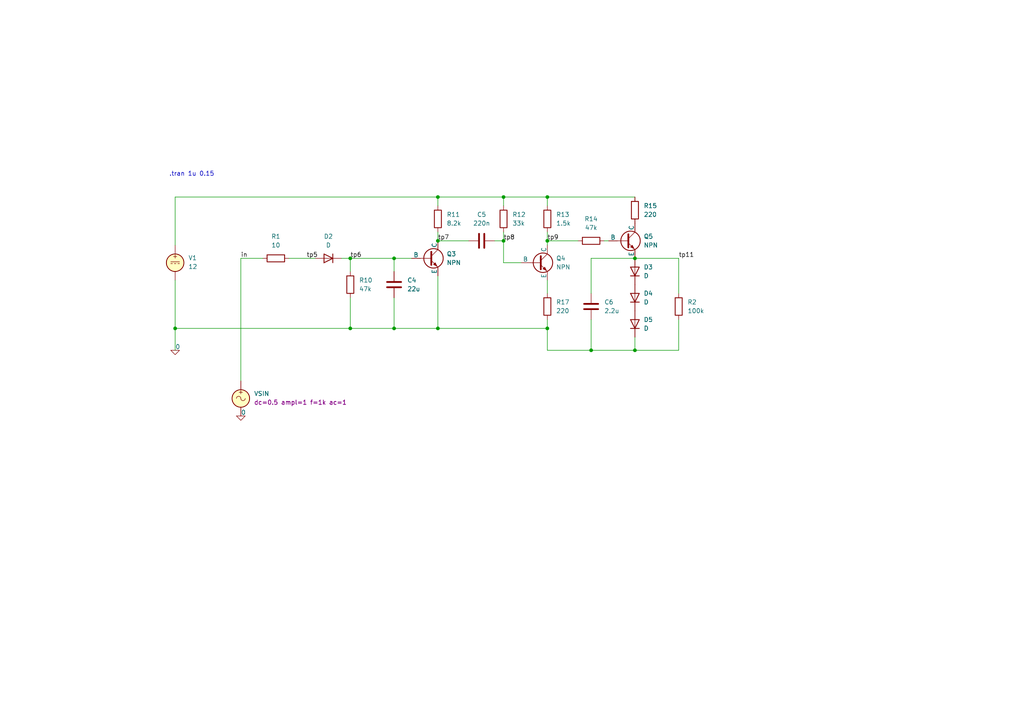
<source format=kicad_sch>
(kicad_sch (version 20250114) (generator "eeschema") (generator_version "9.0")
  (paper "A4")
  (lib_symbols
    (symbol "Device:C" (pin_numbers (hide yes)) (pin_names (offset 0.254))
      (property "Reference" "C" (at 0.635 2.54 0))
      (property "Value" "C" (at 0.635 -2.54 0))
      (symbol "C_0_1"
        (polyline (pts (xy -2.032 0.762) (xy 2.032 0.762)) (stroke (width 0.508)))
        (polyline (pts (xy -2.032 -0.762) (xy 2.032 -0.762)) (stroke (width 0.508)))
      )
      (symbol "C_1_1"
        (pin passive line (at 0 3.81 270) (length 2.794) (name "~") (number "1"))
        (pin passive line (at 0 -3.81 90) (length 2.794) (name "~") (number "2"))
      )
    )
    (symbol "Device:D" (pin_numbers (hide yes)) (pin_names (offset 1.016) (hide yes))
      (property "Reference" "D" (at 0 2.54 0))
      (property "Value" "D" (at 0 -2.54 0))
      (symbol "D_0_1"
        (polyline (pts (xy -1.27 1.27) (xy -1.27 -1.27)) (stroke (width 0.254)))
        (polyline (pts (xy 1.27 1.27) (xy 1.27 -1.27) (xy -1.27 0) (xy 1.27 1.27)) (stroke (width 0.254)))
        (polyline (pts (xy 1.27 0) (xy -1.27 0)))
      )
      (symbol "D_1_1"
        (pin passive line (at -3.81 0 0) (length 2.54) (name "K") (number "1"))
        (pin passive line (at 3.81 0 180) (length 2.54) (name "A") (number "2"))
      )
    )
    (symbol "Device:R" (pin_numbers (hide yes)) (pin_names (offset 0))
      (property "Reference" "R" (at 2.032 0 90))
      (property "Value" "R" (at 0 0 90))
      (symbol "R_0_1"
        (rectangle (start -1.016 -2.54) (end 1.016 2.54) (stroke (width 0.254)))
      )
      (symbol "R_1_1"
        (pin passive line (at 0 3.81 270) (length 1.27) (name "~") (number "1"))
        (pin passive line (at 0 -3.81 90) (length 1.27) (name "~") (number "2"))
      )
    )
    (symbol "Simulation_SPICE:0" (power) (pin_names (offset 0))
      (property "Value" "0" (at 0 -1.778 0))
      (symbol "0_0_1"
        (polyline (pts (xy -1.27 0) (xy 0 -1.27) (xy 1.27 0) (xy -1.27 0)))
      )
      (symbol "0_1_1"
        (pin power_in line (at 0 0 0) (length 0) (hide yes) (name "0") (number "1"))
      )
    )
    (symbol "Simulation_SPICE:NPN" (pin_numbers (hide yes)) (pin_names (offset 0))
      (property "Reference" "Q" (at -2.54 7.62 0))
      (property "Value" "NPN" (at -2.54 5.08 0))
      (symbol "NPN_0_1"
        (polyline (pts (xy -2.54 0) (xy 0.635 0)) (stroke (width 0.1524)))
        (polyline (pts (xy 0.635 1.905) (xy 0.635 -1.905) (xy 0.635 -1.905)) (stroke (width 0.508)))
        (polyline (pts (xy 0.635 0.635) (xy 2.54 2.54)))
        (polyline (pts (xy 0.635 -0.635) (xy 2.54 -2.54) (xy 2.54 -2.54)))
        (circle (center 1.27 0) (radius 2.8194) (stroke (width 0.254)))
        (polyline (pts (xy 1.27 -1.778) (xy 1.778 -1.27) (xy 2.286 -2.286) (xy 1.27 -1.778) (xy 1.27 -1.778)) (fill (type outline)))
        (polyline (pts (xy 2.794 -1.27) (xy 2.794 -1.27)) (stroke (width 0.1524)))
        (polyline (pts (xy 2.794 -1.27) (xy 2.794 -1.27)) (stroke (width 0.1524)))
      )
      (symbol "NPN_1_1"
        (pin input line (at -5.08 0 0) (length 2.54) (name "B") (number "2"))
        (pin open_collector line (at 2.54 5.08 270) (length 2.54) (name "C") (number "1"))
        (pin open_emitter line (at 2.54 -5.08 90) (length 2.54) (name "E") (number "3"))
      )
    )
    (symbol "Simulation_SPICE:VDC" (pin_numbers (hide yes)) (pin_names (offset 0.0254))
      (property "Reference" "V" (at 2.54 2.54 0))
      (property "Value" "1" (at 2.54 0 0))
      (symbol "VDC_0_0"
        (polyline (pts (xy -1.27 0.254) (xy 1.27 0.254)))
        (polyline (pts (xy -0.762 -0.254) (xy -1.27 -0.254)))
        (polyline (pts (xy 0.254 -0.254) (xy -0.254 -0.254)))
        (polyline (pts (xy 1.27 -0.254) (xy 0.762 -0.254)))
        (text "+" (at 0 1.905 0) (effects (font (size 1.27 1.27))))
      )
      (symbol "VDC_0_1"
        (circle (center 0 0) (radius 2.54) (stroke (width 0.254)) (fill (type background)))
      )
      (symbol "VDC_1_1"
        (pin passive line (at 0 5.08 270) (length 2.54) (name "~") (number "1"))
        (pin passive line (at 0 -5.08 90) (length 2.54) (name "~") (number "2"))
      )
    )
    (symbol "Simulation_SPICE:VSIN" (pin_numbers (hide yes)) (pin_names (offset 0.0254))
      (property "Reference" "V" (at 2.54 2.54 0))
      (property "Value" "VSIN" (at 2.54 0 0))
      (property "Sim.Params" "dc=0 ampl=1 f=1k ac=1" (at 2.54 -2.54 0))
      (symbol "VSIN_0_0"
        (arc (start -1.27 0) (mid -0.635 0.6323) (end 0 0))
        (arc (start 1.27 0) (mid 0.635 -0.6323) (end 0 0))
        (text "+" (at 0 1.905 0) (effects (font (size 1.27 1.27))))
      )
      (symbol "VSIN_0_1"
        (circle (center 0 0) (radius 2.54) (stroke (width 0.254)) (fill (type background)))
      )
      (symbol "VSIN_1_1"
        (pin passive line (at 0 5.08 270) (length 2.54) (name "~") (number "1"))
        (pin passive line (at 0 -5.08 90) (length 2.54) (name "~") (number "2"))
      )
    )
  )
  (text ".tran 1u 0.15" (at 55.626 50.546 0) (effects (font (size 1.27 1.27))))
  (junction (at 184.15 101.6))
  (junction (at 127 95.25))
  (junction (at 114.3 95.25))
  (junction (at 171.45 101.6))
  (junction (at 158.75 57.15))
  (junction (at 158.75 69.85))
  (junction (at 101.6 95.25))
  (junction (at 146.05 57.15))
  (junction (at 158.75 95.25))
  (junction (at 127 57.15))
  (junction (at 50.8 95.25))
  (junction (at 101.6 74.93))
  (junction (at 114.3 74.93))
  (junction (at 184.15 74.93))
  (junction (at 127 69.85))
  (junction (at 146.05 69.85))
  (wire (pts (xy 171.45 92.71) (xy 171.45 101.6)))
  (wire (pts (xy 196.85 101.6) (xy 184.15 101.6)))
  (wire (pts (xy 50.8 95.25) (xy 101.6 95.25)))
  (wire (pts (xy 158.75 95.25) (xy 127 95.25)))
  (wire (pts (xy 158.75 69.85) (xy 167.64 69.85)))
  (wire (pts (xy 196.85 74.93) (xy 184.15 74.93)))
  (wire (pts (xy 184.15 97.79) (xy 184.15 101.6)))
  (wire (pts (xy 50.8 95.25) (xy 50.8 101.6)))
  (wire (pts (xy 146.05 57.15) (xy 127 57.15)))
  (wire (pts (xy 114.3 74.93) (xy 101.6 74.93)))
  (wire (pts (xy 127 67.31) (xy 127 69.85)))
  (wire (pts (xy 101.6 86.36) (xy 101.6 95.25)))
  (wire (pts (xy 158.75 101.6) (xy 158.75 95.25)))
  (wire (pts (xy 114.3 78.74) (xy 114.3 74.93)))
  (wire (pts (xy 69.85 74.93) (xy 69.85 110.49)))
  (wire (pts (xy 69.85 74.93) (xy 76.2 74.93)))
  (wire (pts (xy 114.3 86.36) (xy 114.3 95.25)))
  (wire (pts (xy 158.75 57.15) (xy 146.05 57.15)))
  (wire (pts (xy 114.3 74.93) (xy 119.38 74.93)))
  (wire (pts (xy 127 95.25) (xy 114.3 95.25)))
  (wire (pts (xy 114.3 95.25) (xy 101.6 95.25)))
  (wire (pts (xy 158.75 67.31) (xy 158.75 69.85)))
  (wire (pts (xy 146.05 69.85) (xy 143.51 69.85)))
  (wire (pts (xy 151.13 76.2) (xy 146.05 76.2)))
  (wire (pts (xy 146.05 59.69) (xy 146.05 57.15)))
  (wire (pts (xy 196.85 85.09) (xy 196.85 74.93)))
  (wire (pts (xy 146.05 67.31) (xy 146.05 69.85)))
  (wire (pts (xy 158.75 57.15) (xy 184.15 57.15)))
  (wire (pts (xy 184.15 101.6) (xy 171.45 101.6)))
  (wire (pts (xy 101.6 78.74) (xy 101.6 74.93)))
  (wire (pts (xy 101.6 74.93) (xy 99.06 74.93)))
  (wire (pts (xy 158.75 92.71) (xy 158.75 95.25)))
  (wire (pts (xy 146.05 76.2) (xy 146.05 69.85)))
  (wire (pts (xy 127 69.85) (xy 135.89 69.85)))
  (wire (pts (xy 175.26 69.85) (xy 176.53 69.85)))
  (wire (pts (xy 158.75 59.69) (xy 158.75 57.15)))
  (wire (pts (xy 50.8 57.15) (xy 127 57.15)))
  (wire (pts (xy 127 59.69) (xy 127 57.15)))
  (wire (pts (xy 196.85 92.71) (xy 196.85 101.6)))
  (wire (pts (xy 50.8 71.12) (xy 50.8 57.15)))
  (wire (pts (xy 158.75 81.28) (xy 158.75 85.09)))
  (wire (pts (xy 171.45 101.6) (xy 158.75 101.6)))
  (wire (pts (xy 158.75 69.85) (xy 158.75 71.12)))
  (wire (pts (xy 83.82 74.93) (xy 91.44 74.93)))
  (wire (pts (xy 171.45 74.93) (xy 171.45 85.09)))
  (wire (pts (xy 50.8 81.28) (xy 50.8 95.25)))
  (wire (pts (xy 184.15 74.93) (xy 171.45 74.93)))
  (wire (pts (xy 127 80.01) (xy 127 95.25)))
  (label "tp8" (at 146.05 69.85 0))
  (label "tp9" (at 158.75 69.85 0))
  (label "in" (at 69.85 74.93 0))
  (label "tp7" (at 127 69.85 0))
  (label "tp11" (at 196.85 74.93 0))
  (label "tp5" (at 88.9 74.93 0))
  (label "tp6" (at 101.6 74.93 0))
  (symbol (lib_id "Device:R") (at 101.6 82.55 0) (unit 1)
    (property "Reference" "R10" (at 104.14 81.2799 0) (effects (justify left)))
    (property "Value" "47k" (at 104.14 83.8199 0) (effects (justify left)))
    (property "Description" "Resistor" (effects (hide yes)))
  )
  (symbol (lib_id "Simulation_SPICE:0") (at 50.8 101.6 0) (unit 1)
    (property "Reference" "#GND01" (effects (hide yes)))
    (property "Value" "0" (at 51.562 100.584 0))
    (property "Datasheet" "https://ngspice.sourceforge.io/docs/ngspice-html-manual/manual.xhtml#subsec_Circuit_elements__device" (effects (hide yes)))
    (property "Description" "0V reference potential for simulation" (effects (hide yes)))
  )
  (symbol (lib_id "Device:R") (at 158.75 88.9 0) (unit 1)
    (property "Reference" "R17" (at 161.29 87.6299 0) (effects (justify left)))
    (property "Value" "220" (at 161.29 90.1699 0) (effects (justify left)))
    (property "Description" "Resistor" (effects (hide yes)))
  )
  (symbol (lib_id "Device:D") (at 95.25 74.93 180) (unit 1)
    (property "Reference" "D2" (at 95.25 68.58 0))
    (property "Value" "D" (at 95.25 71.12 0))
    (property "Description" "Diode" (effects (hide yes)))
    (property "Sim.Device" "D" (effects (hide yes)))
    (property "Sim.Pins" "1=K 2=A" (effects (hide yes)))
  )
  (symbol (lib_id "Simulation_SPICE:NPN") (at 181.61 69.85 0) (unit 1)
    (property "Reference" "Q5" (at 186.69 68.5799 0) (effects (justify left)))
    (property "Value" "NPN" (at 186.69 71.1199 0) (effects (justify left)))
    (property "Datasheet" "https://ngspice.sourceforge.io/docs/ngspice-html-manual/manual.xhtml#cha_BJTs" (effects (hide yes)))
    (property "Description" "Bipolar transistor symbol for simulation only, substrate tied to the emitter" (effects (hide yes)))
    (property "Sim.Device" "NPN" (effects (hide yes)))
    (property "Sim.Type" "GUMMELPOON" (effects (hide yes)))
    (property "Sim.Pins" "1=C 2=B 3=E" (effects (hide yes)))
  )
  (symbol (lib_id "Device:R") (at 184.15 60.96 0) (unit 1)
    (property "Reference" "R15" (at 186.69 59.6899 0) (effects (justify left)))
    (property "Value" "220" (at 186.69 62.2299 0) (effects (justify left)))
    (property "Description" "Resistor" (effects (hide yes)))
  )
  (symbol (lib_id "Simulation_SPICE:VDC") (at 50.8 76.2 0) (unit 1)
    (property "Reference" "V1" (at 54.61 74.8001 0) (effects (justify left)))
    (property "Value" "12" (at 54.61 77.3401 0) (effects (justify left)))
    (property "Datasheet" "https://ngspice.sourceforge.io/docs/ngspice-html-manual/manual.xhtml#sec_Independent_Sources_for" (effects (hide yes)))
    (property "Description" "Voltage source, DC" (effects (hide yes)))
    (property "Sim.Pins" "1=+ 2=-" (effects (hide yes)))
    (property "Sim.Type" "DC" (effects (hide yes)))
    (property "Sim.Device" "V" (effects (hide yes)))
  )
  (symbol (lib_id "Simulation_SPICE:NPN") (at 156.21 76.2 0) (unit 1)
    (property "Reference" "Q4" (at 161.29 74.9299 0) (effects (justify left)))
    (property "Value" "NPN" (at 161.29 77.4699 0) (effects (justify left)))
    (property "Datasheet" "https://ngspice.sourceforge.io/docs/ngspice-html-manual/manual.xhtml#cha_BJTs" (effects (hide yes)))
    (property "Description" "Bipolar transistor symbol for simulation only, substrate tied to the emitter" (effects (hide yes)))
    (property "Sim.Device" "NPN" (effects (hide yes)))
    (property "Sim.Type" "GUMMELPOON" (effects (hide yes)))
    (property "Sim.Pins" "1=C 2=B 3=E" (effects (hide yes)))
  )
  (symbol (lib_id "Device:R") (at 127 63.5 0) (unit 1)
    (property "Reference" "R11" (at 129.54 62.2299 0) (effects (justify left)))
    (property "Value" "8.2k" (at 129.54 64.7699 0) (effects (justify left)))
    (property "Description" "Resistor" (effects (hide yes)))
  )
  (symbol (lib_id "Device:R") (at 80.01 74.93 90) (unit 1)
    (property "Reference" "R1" (at 80.01 68.58 90))
    (property "Value" "10" (at 80.01 71.12 90))
    (property "Description" "Resistor" (effects (hide yes)))
  )
  (symbol (lib_id "Device:C") (at 114.3 82.55 0) (unit 1)
    (property "Reference" "C4" (at 118.11 81.2799 0) (effects (justify left)))
    (property "Value" "22u" (at 118.11 83.8199 0) (effects (justify left)))
    (property "Description" "Unpolarized capacitor" (effects (hide yes)))
  )
  (symbol (lib_id "Device:D") (at 184.15 78.74 90) (unit 1)
    (property "Reference" "D3" (at 186.69 77.4699 90) (effects (justify right)))
    (property "Value" "D" (at 186.69 80.0099 90) (effects (justify right)))
    (property "Description" "Diode" (effects (hide yes)))
    (property "Sim.Device" "D" (effects (hide yes)))
    (property "Sim.Pins" "1=K 2=A" (effects (hide yes)))
  )
  (symbol (lib_id "Device:R") (at 158.75 63.5 0) (unit 1)
    (property "Reference" "R13" (at 161.29 62.2299 0) (effects (justify left)))
    (property "Value" "1.5k" (at 161.29 64.7699 0) (effects (justify left)))
    (property "Description" "Resistor" (effects (hide yes)))
  )
  (symbol (lib_id "Device:R") (at 196.85 88.9 0) (unit 1)
    (property "Reference" "R2" (at 199.39 87.6299 0) (effects (justify left)))
    (property "Value" "100k" (at 199.39 90.1699 0) (effects (justify left)))
    (property "Description" "Resistor" (effects (hide yes)))
  )
  (symbol (lib_id "Simulation_SPICE:VSIN") (at 69.85 115.57 0) (unit 1)
    (property "Reference" "V3" (effects (hide yes)))
    (property "Value" "VSIN" (at 73.66 114.1701 0) (effects (justify left)))
    (property "Datasheet" "https://ngspice.sourceforge.io/docs/ngspice-html-manual/manual.xhtml#sec_Independent_Sources_for" (effects (hide yes)))
    (property "Description" "Voltage source, sinusoidal" (effects (hide yes)))
    (property "Sim.Pins" "1=+ 2=-" (effects (hide yes)))
    (property "Sim.Params" "dc=0.5 ampl=1 f=1k ac=1" (at 73.66 116.7101 0) (effects (justify left)))
    (property "Sim.Type" "SIN" (effects (hide yes)))
    (property "Sim.Device" "V" (effects (hide yes)))
  )
  (symbol (lib_id "Device:C") (at 139.7 69.85 90) (unit 1)
    (property "Reference" "C5" (at 139.7 62.23 90))
    (property "Value" "220n" (at 139.7 64.77 90))
    (property "Description" "Unpolarized capacitor" (effects (hide yes)))
  )
  (symbol (lib_id "Device:D") (at 184.15 86.36 90) (unit 1)
    (property "Reference" "D4" (at 186.69 85.0899 90) (effects (justify right)))
    (property "Value" "D" (at 186.69 87.6299 90) (effects (justify right)))
    (property "Description" "Diode" (effects (hide yes)))
    (property "Sim.Device" "D" (effects (hide yes)))
    (property "Sim.Pins" "1=K 2=A" (effects (hide yes)))
  )
  (symbol (lib_id "Device:R") (at 146.05 63.5 0) (unit 1)
    (property "Reference" "R12" (at 148.59 62.2299 0) (effects (justify left)))
    (property "Value" "33k" (at 148.59 64.7699 0) (effects (justify left)))
    (property "Description" "Resistor" (effects (hide yes)))
  )
  (symbol (lib_id "Device:D") (at 184.15 93.98 90) (unit 1)
    (property "Reference" "D5" (at 186.69 92.7099 90) (effects (justify right)))
    (property "Value" "D" (at 186.69 95.2499 90) (effects (justify right)))
    (property "Description" "Diode" (effects (hide yes)))
    (property "Sim.Device" "D" (effects (hide yes)))
    (property "Sim.Pins" "1=K 2=A" (effects (hide yes)))
  )
  (symbol (lib_id "Simulation_SPICE:0") (at 69.85 120.65 0) (unit 1)
    (property "Reference" "#GND02" (effects (hide yes)))
    (property "Value" "0" (at 70.612 119.634 0))
    (property "Datasheet" "https://ngspice.sourceforge.io/docs/ngspice-html-manual/manual.xhtml#subsec_Circuit_elements__device" (effects (hide yes)))
    (property "Description" "0V reference potential for simulation" (effects (hide yes)))
  )
  (symbol (lib_id "Device:R") (at 171.45 69.85 90) (unit 1)
    (property "Reference" "R14" (at 171.45 63.5 90))
    (property "Value" "47k" (at 171.45 66.04 90))
    (property "Description" "Resistor" (effects (hide yes)))
  )
  (symbol (lib_id "Simulation_SPICE:NPN") (at 124.46 74.93 0) (unit 1)
    (property "Reference" "Q3" (at 129.54 73.6599 0) (effects (justify left)))
    (property "Value" "NPN" (at 129.54 76.1999 0) (effects (justify left)))
    (property "Datasheet" "https://ngspice.sourceforge.io/docs/ngspice-html-manual/manual.xhtml#cha_BJTs" (effects (hide yes)))
    (property "Description" "Bipolar transistor symbol for simulation only, substrate tied to the emitter" (effects (hide yes)))
    (property "Sim.Device" "NPN" (effects (hide yes)))
    (property "Sim.Type" "GUMMELPOON" (effects (hide yes)))
    (property "Sim.Pins" "1=C 2=B 3=E" (effects (hide yes)))
  )
  (symbol (lib_id "Device:C") (at 171.45 88.9 0) (unit 1)
    (property "Reference" "C6" (at 175.26 87.6299 0) (effects (justify left)))
    (property "Value" "2.2u" (at 175.26 90.1699 0) (effects (justify left)))
    (property "Description" "Unpolarized capacitor" (effects (hide yes)))
  )
)
</source>
